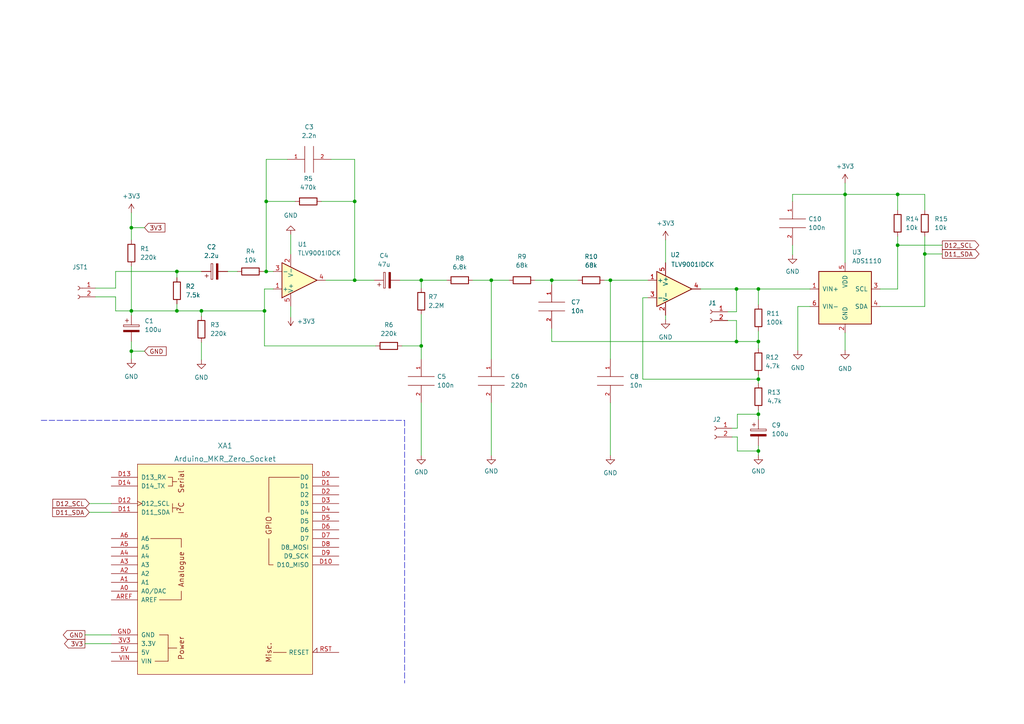
<source format=kicad_sch>
(kicad_sch (version 20211123) (generator eeschema)
  (paper "A4")
  (title_block (title "Omini-X-LT Amplifier") (rev "1.0") (company "CITI Lab"))
  (lib_symbols
    (symbol "Amplifier_Operational:TLV9001IDCK" (pin_names (offset 0.127))
      (property "Reference" "U" (at 7.62 2.54 0))
      (property "Value" "TLV9001IDCK" (at 11.43 -2.54 0))
      (symbol "TLV9001IDCK_0_1"
        (polyline (pts (xy -2.54 5.08) (xy -2.54 -5.08) (xy 7.62 0) (xy -2.54 5.08)) (stroke (width 0.254)) (fill (type background)))
      )
      (symbol "TLV9001IDCK_1_1"
        (pin input line (at -5.08 2.54 0) (length 2.54) (name "+") (number "1"))
        (pin power_in line (at 0 -7.62 90) (length 3.81) (name "V-") (number "2"))
        (pin input line (at -5.08 -2.54 0) (length 2.54) (name "-") (number "3"))
        (pin output line (at 10.16 0 180) (length 2.54) (name "~") (number "4"))
        (pin power_in line (at 0 7.62 270) (length 3.81) (name "V+") (number "5"))
      )
    )
    (symbol "Analog_ADC:ADS1110" (pin_names (offset 1.016))
      (property "Reference" "U" (at -7.62 8.89 0))
      (property "Value" "ADS1110" (at 1.27 8.89 0))
      (symbol "ADS1110_0_1"
        (rectangle (start -7.62 7.62) (end 7.62 -7.62) (stroke (width 0.254)) (fill (type background)))
      )
      (symbol "ADS1110_1_1"
        (pin input line (at -10.16 2.54 0) (length 2.54) (name "VIN+") (number "1"))
        (pin power_in line (at 0 -10.16 90) (length 2.54) (name "GND") (number "2"))
        (pin input line (at 10.16 2.54 180) (length 2.54) (name "SCL") (number "3"))
        (pin bidirectional line (at 10.16 -2.54 180) (length 2.54) (name "SDA") (number "4"))
        (pin power_in line (at 0 10.16 270) (length 2.54) (name "VDD") (number "5"))
        (pin input line (at -10.16 -2.54 0) (length 2.54) (name "VIN-") (number "6"))
      )
    )
    (symbol "Connector:Conn_01x02_Female" (pin_names (offset 1.016) hide)
      (property "Reference" "J" (at 0 2.54 0))
      (property "Value" "Conn_01x02_Female" (at 0 -5.08 0))
      (symbol "Conn_01x02_Female_1_1"
        (arc (start 0 -2.032) (mid -0.508 -2.54) (end 0 -3.048) (stroke (width 0.1524)))
        (polyline (pts (xy -1.27 -2.54) (xy -0.508 -2.54)) (stroke (width 0.1524)))
        (polyline (pts (xy -1.27 0) (xy -0.508 0)) (stroke (width 0.1524)))
        (arc (start 0 0.508) (mid -0.508 0) (end 0 -0.508) (stroke (width 0.1524)))
        (pin passive line (at -5.08 0 0) (length 3.81) (name "Pin_1") (number "1"))
        (pin passive line (at -5.08 -2.54 0) (length 3.81) (name "Pin_2") (number "2"))
      )
    )
    (symbol "Device:C_Polarized" (pin_numbers hide) (pin_names (offset 0.254))
      (property "Reference" "C" (at 0.635 2.54 0))
      (property "Value" "C_Polarized" (at 0.635 -2.54 0))
      (symbol "C_Polarized_0_1"
        (rectangle (start -2.286 0.508) (end 2.286 1.016))
        (polyline (pts (xy -1.778 2.286) (xy -0.762 2.286)))
        (polyline (pts (xy -1.27 2.794) (xy -1.27 1.778)))
        (rectangle (start 2.286 -0.508) (end -2.286 -1.016) (fill (type outline)))
      )
      (symbol "C_Polarized_1_1"
        (pin passive line (at 0 3.81 270) (length 2.794) (name "~") (number "1"))
        (pin passive line (at 0 -3.81 90) (length 2.794) (name "~") (number "2"))
      )
    )
    (symbol "Device:R" (pin_numbers hide) (pin_names (offset 0))
      (property "Reference" "R" (at 2.032 0 90))
      (property "Value" "R" (at 0 0 90))
      (symbol "R_0_1"
        (rectangle (start -1.016 -2.54) (end 1.016 2.54) (stroke (width 0.254)))
      )
      (symbol "R_1_1"
        (pin passive line (at 0 3.81 270) (length 1.27) (name "~") (number "1"))
        (pin passive line (at 0 -3.81 90) (length 1.27) (name "~") (number "2"))
      )
    )
    (symbol "arduino:Arduino_MKR_Zero_Socket" (pin_names (offset 1.016))
      (property "Reference" "XA" (at 2.54 0 90))
      (property "Value" "Arduino_MKR_Zero_Socket" (at -2.54 0 90))
      (symbol "Arduino_MKR_Zero_Socket_0_0"
        (rectangle (start -25.4 30.48) (end 25.4 -30.48) (fill (type background)))
        (rectangle (start -20.32 -26.67) (end -16.51 -26.67))
        (rectangle (start -19.05 -19.05) (end -16.51 -19.05))
        (rectangle (start -16.51 -22.86) (end -13.97 -22.86))
        (polyline (pts (xy -16.51 -19.05) (xy -16.51 -26.67)))
        (polyline (pts (xy -15.24 25.4) (xy -13.97 25.4)))
        (polyline (pts (xy -12.7 -6.35) (xy -12.7 -8.89) (xy -19.05 -8.89)))
        (polyline (pts (xy -12.7 6.35) (xy -12.7 8.89) (xy -21.59 8.89)))
        (polyline (pts (xy 12.7 8.89) (xy 12.7 1.27) (xy 13.97 1.27)))
        (polyline (pts (xy 12.7 16.51) (xy 12.7 26.67) (xy 21.59 26.67)))
        (polyline (pts (xy -16.51 26.67) (xy -15.24 26.67) (xy -15.24 24.13) (xy -16.51 24.13)))
        (rectangle (start 13.97 -24.13) (end 17.78 -24.13))
        (text "Analogue" (at -12.7 0 900) (effects (font (size 1.524 1.524))))
        (text "I²C" (at -12.7 17.78 900) (effects (font (size 1.524 1.524))))
        (text "Misc." (at 12.7 -24.13 900) (effects (font (size 1.524 1.524))))
        (text "Power" (at -12.7 -22.86 900) (effects (font (size 1.524 1.524))))
        (text "Serial" (at -12.7 25.4 900) (effects (font (size 1.524 1.524))))
      )
      (symbol "Arduino_MKR_Zero_Socket_0_1"
        (polyline (pts (xy -15.24 16.51) (xy -15.24 19.05)))
        (polyline (pts (xy -15.24 17.78) (xy -13.97 17.78)))
      )
      (symbol "Arduino_MKR_Zero_Socket_1_0"
        (text "GPIO" (at 12.7 12.7 900) (effects (font (size 1.524 1.524))))
      )
      (symbol "Arduino_MKR_Zero_Socket_1_1"
        (pin power_in line (at -33.02 -21.59 0) (length 7.62) (name "3.3V") (number "3V3"))
        (pin power_in line (at -33.02 -24.13 0) (length 7.62) (name "5V") (number "5V"))
        (pin bidirectional line (at -33.02 -6.35 0) (length 7.62) (name "A0/DAC") (number "A0"))
        (pin bidirectional line (at -33.02 -3.81 0) (length 7.62) (name "A1") (number "A1"))
        (pin bidirectional line (at -33.02 -1.27 0) (length 7.62) (name "A2") (number "A2"))
        (pin bidirectional line (at -33.02 1.27 0) (length 7.62) (name "A3") (number "A3"))
        (pin bidirectional line (at -33.02 3.81 0) (length 7.62) (name "A4") (number "A4"))
        (pin bidirectional line (at -33.02 6.35 0) (length 7.62) (name "A5") (number "A5"))
        (pin bidirectional line (at -33.02 8.89 0) (length 7.62) (name "A6") (number "A6"))
        (pin input line (at -33.02 -8.89 0) (length 7.62) (name "AREF") (number "AREF"))
        (pin bidirectional line (at 33.02 26.67 180) (length 7.62) (name "D0") (number "D0"))
        (pin bidirectional line (at 33.02 24.13 180) (length 7.62) (name "D1") (number "D1"))
        (pin bidirectional line (at 33.02 1.27 180) (length 7.62) (name "D10_MISO") (number "D10"))
        (pin bidirectional line (at -33.02 16.51 0) (length 7.62) (name "D11_SDA") (number "D11"))
        (pin bidirectional clock (at -33.02 19.05 0) (length 7.62) (name "D12_SCL") (number "D12"))
        (pin bidirectional line (at -33.02 26.67 0) (length 7.62) (name "D13_RX") (number "D13"))
        (pin bidirectional line (at -33.02 24.13 0) (length 7.62) (name "D14_TX") (number "D14"))
        (pin bidirectional line (at 33.02 21.59 180) (length 7.62) (name "D2") (number "D2"))
        (pin bidirectional line (at 33.02 19.05 180) (length 7.62) (name "D3") (number "D3"))
        (pin bidirectional line (at 33.02 16.51 180) (length 7.62) (name "D4") (number "D4"))
        (pin bidirectional line (at 33.02 13.97 180) (length 7.62) (name "D5") (number "D5"))
        (pin bidirectional line (at 33.02 11.43 180) (length 7.62) (name "D6") (number "D6"))
        (pin bidirectional line (at 33.02 8.89 180) (length 7.62) (name "D7") (number "D7"))
        (pin bidirectional line (at 33.02 6.35 180) (length 7.62) (name "D8_MOSI") (number "D8"))
        (pin bidirectional line (at 33.02 3.81 180) (length 7.62) (name "D9_SCK") (number "D9"))
        (pin power_in line (at -33.02 -19.05 0) (length 7.62) (name "GND") (number "GND"))
        (pin open_collector input_low (at 33.02 -24.13 180) (length 7.62) (name "RESET") (number "RST"))
        (pin power_in line (at -33.02 -26.67 0) (length 7.62) (name "VIN") (number "VIN"))
      )
    )
    (symbol "power:+3V3" (power) (pin_names (offset 0))
      (property "Value" "+3V3" (at 0 3.556 0))
      (symbol "+3V3_0_1"
        (polyline (pts (xy -0.762 1.27) (xy 0 2.54)))
        (polyline (pts (xy 0 0) (xy 0 2.54)))
        (polyline (pts (xy 0 2.54) (xy 0.762 1.27)))
      )
      (symbol "+3V3_1_1"
        (pin power_in line (at 0 0 90) (length 0) hide (name "+3V3") (number "1"))
      )
    )
    (symbol "power:GND" (power) (pin_names (offset 0))
      (property "Value" "GND" (at 0 -3.81 0))
      (symbol "GND_0_1"
        (polyline (pts (xy 0 0) (xy 0 -1.27) (xy 1.27 -1.27) (xy 0 -2.54) (xy -1.27 -1.27) (xy 0 -1.27)))
      )
      (symbol "GND_1_1"
        (pin power_in line (at 0 0 270) (length 0) hide (name "GND") (number "1"))
      )
    )
    (symbol "pspice:CAP" (pin_names (offset 0.254))
      (property "Reference" "C" (at 2.54 3.81 90))
      (property "Value" "CAP" (at 2.54 -3.81 90))
      (symbol "CAP_0_1"
        (polyline (pts (xy -3.81 -1.27) (xy 3.81 -1.27)))
        (polyline (pts (xy -3.81 1.27) (xy 3.81 1.27)))
      )
      (symbol "CAP_1_1"
        (pin passive line (at 0 6.35 270) (length 5.08) (name "~") (number "1"))
        (pin passive line (at 0 -6.35 90) (length 5.08) (name "~") (number "2"))
      )
    )
  )
  (junction (at 219.964 130.81))
  (junction (at 76.708 90.17))
  (junction (at 51.308 90.17))
  (junction (at 260.35 56.388))
  (junction (at 102.87 81.28))
  (junction (at 177.038 81.28))
  (junction (at 260.35 71.12))
  (junction (at 77.216 58.42))
  (junction (at 213.614 83.82))
  (junction (at 77.216 78.74))
  (junction (at 102.87 58.42))
  (junction (at 38.1 66.04))
  (junction (at 219.964 83.82))
  (junction (at 219.964 99.06))
  (junction (at 51.308 78.74))
  (junction (at 213.614 99.06))
  (junction (at 268.224 73.66))
  (junction (at 122.174 100.33))
  (junction (at 245.11 56.388))
  (junction (at 38.1 90.17))
  (junction (at 38.1 101.854))
  (junction (at 219.964 120.142))
  (junction (at 122.174 81.28))
  (junction (at 58.42 90.17))
  (junction (at 160.02 81.28))
  (junction (at 142.494 81.28))
  (junction (at 219.964 109.982))
  (wire (pts (xy 38.1 99.06) (xy 38.1 101.854)))
  (wire (pts (xy 268.224 68.58) (xy 268.224 73.66)))
  (wire (pts (xy 38.1 61.722) (xy 38.1 66.04)))
  (wire (pts (xy 51.308 78.74) (xy 51.308 80.518)))
  (wire (pts (xy 260.35 60.96) (xy 260.35 56.388)))
  (wire (pts (xy 268.224 60.96) (xy 268.224 56.388)))
  (wire (pts (xy 33.528 78.74) (xy 51.308 78.74)))
  (wire (pts (xy 66.04 78.74) (xy 68.834 78.74)))
  (wire (pts (xy 186.436 86.36) (xy 187.96 86.36)))
  (wire (pts (xy 58.42 90.17) (xy 51.308 90.17)))
  (wire (pts (xy 212.344 124.206) (xy 213.868 124.206)))
  (wire (pts (xy 77.216 78.74) (xy 79.248 78.74)))
  (wire (pts (xy 219.964 120.142) (xy 219.964 121.666)))
  (wire (pts (xy 245.11 96.52) (xy 245.11 101.6)))
  (wire (pts (xy 160.02 99.06) (xy 213.614 99.06)))
  (wire (pts (xy 260.35 83.82) (xy 255.27 83.82)))
  (wire (pts (xy 213.868 126.746) (xy 213.868 130.81)))
  (wire (pts (xy 231.394 101.6) (xy 231.394 88.9)))
  (polyline (pts (xy 11.938 121.92) (xy 117.348 121.92)))
  (wire (pts (xy 122.174 81.28) (xy 129.54 81.28)))
  (wire (pts (xy 102.87 46.228) (xy 96.012 46.228)))
  (wire (pts (xy 219.964 129.286) (xy 219.964 130.81)))
  (wire (pts (xy 25.908 148.59) (xy 32.258 148.59)))
  (wire (pts (xy 116.078 81.28) (xy 122.174 81.28)))
  (wire (pts (xy 160.02 95.25) (xy 160.02 99.06)))
  (wire (pts (xy 84.328 68.072) (xy 84.328 73.66)))
  (wire (pts (xy 213.614 92.964) (xy 213.614 99.06)))
  (wire (pts (xy 268.224 73.66) (xy 273.304 73.66)))
  (wire (pts (xy 38.1 66.04) (xy 38.1 69.596)))
  (wire (pts (xy 122.174 116.84) (xy 122.174 132.08)))
  (wire (pts (xy 102.87 81.28) (xy 102.87 58.42)))
  (wire (pts (xy 268.224 56.388) (xy 260.35 56.388)))
  (wire (pts (xy 245.11 53.086) (xy 245.11 56.388)))
  (wire (pts (xy 76.454 78.74) (xy 77.216 78.74)))
  (wire (pts (xy 213.614 99.06) (xy 219.964 99.06)))
  (wire (pts (xy 38.1 101.854) (xy 38.1 104.14)))
  (wire (pts (xy 24.638 186.69) (xy 32.258 186.69)))
  (wire (pts (xy 76.708 83.82) (xy 79.248 83.82)))
  (wire (pts (xy 142.494 81.28) (xy 147.574 81.28)))
  (wire (pts (xy 137.16 81.28) (xy 142.494 81.28)))
  (wire (pts (xy 177.038 81.28) (xy 177.038 104.14)))
  (wire (pts (xy 245.11 56.388) (xy 245.11 76.2)))
  (wire (pts (xy 219.964 99.06) (xy 219.964 101.092)))
  (wire (pts (xy 260.35 68.58) (xy 260.35 71.12)))
  (wire (pts (xy 142.494 81.28) (xy 142.494 104.14)))
  (wire (pts (xy 175.26 81.28) (xy 177.038 81.28)))
  (wire (pts (xy 160.02 82.55) (xy 160.02 81.28)))
  (wire (pts (xy 219.964 108.712) (xy 219.964 109.982)))
  (wire (pts (xy 268.224 73.66) (xy 268.224 88.9)))
  (wire (pts (xy 160.02 81.28) (xy 167.64 81.28)))
  (wire (pts (xy 177.038 116.84) (xy 177.038 132.08)))
  (wire (pts (xy 122.174 91.186) (xy 122.174 100.33)))
  (wire (pts (xy 76.708 100.33) (xy 76.708 90.17)))
  (wire (pts (xy 38.1 77.216) (xy 38.1 90.17)))
  (wire (pts (xy 229.87 71.12) (xy 229.87 73.914)))
  (wire (pts (xy 27.686 83.566) (xy 33.528 83.566)))
  (wire (pts (xy 58.42 99.314) (xy 58.42 104.394)))
  (wire (pts (xy 142.494 116.84) (xy 142.494 132.08)))
  (wire (pts (xy 102.87 58.42) (xy 102.87 46.228)))
  (wire (pts (xy 38.1 90.17) (xy 38.1 91.44)))
  (wire (pts (xy 231.394 88.9) (xy 234.95 88.9)))
  (wire (pts (xy 58.42 91.694) (xy 58.42 90.17)))
  (wire (pts (xy 160.02 81.28) (xy 155.194 81.28)))
  (wire (pts (xy 193.04 69.596) (xy 193.04 76.2)))
  (wire (pts (xy 229.87 56.388) (xy 245.11 56.388)))
  (wire (pts (xy 219.964 88.392) (xy 219.964 83.82)))
  (wire (pts (xy 219.964 96.012) (xy 219.964 99.06)))
  (wire (pts (xy 219.964 109.982) (xy 186.436 109.982)))
  (wire (pts (xy 94.488 81.28) (xy 102.87 81.28)))
  (wire (pts (xy 38.1 90.17) (xy 51.308 90.17)))
  (wire (pts (xy 33.528 86.106) (xy 33.528 90.17)))
  (wire (pts (xy 213.868 120.142) (xy 219.964 120.142)))
  (wire (pts (xy 116.586 100.33) (xy 122.174 100.33)))
  (wire (pts (xy 27.686 86.106) (xy 33.528 86.106)))
  (wire (pts (xy 193.04 91.44) (xy 193.04 92.71)))
  (wire (pts (xy 219.964 83.82) (xy 234.95 83.82)))
  (wire (pts (xy 260.35 71.12) (xy 273.304 71.12)))
  (wire (pts (xy 24.638 184.15) (xy 32.258 184.15)))
  (wire (pts (xy 186.436 109.982) (xy 186.436 86.36)))
  (wire (pts (xy 38.1 90.17) (xy 33.528 90.17)))
  (wire (pts (xy 219.964 130.81) (xy 219.964 132.08)))
  (wire (pts (xy 229.87 58.42) (xy 229.87 56.388)))
  (wire (pts (xy 122.174 81.28) (xy 122.174 83.566)))
  (wire (pts (xy 213.868 124.206) (xy 213.868 120.142)))
  (wire (pts (xy 85.598 58.42) (xy 77.216 58.42)))
  (wire (pts (xy 77.216 46.228) (xy 83.312 46.228)))
  (wire (pts (xy 219.964 109.982) (xy 219.964 111.252)))
  (wire (pts (xy 177.038 81.28) (xy 187.96 81.28)))
  (wire (pts (xy 219.964 118.872) (xy 219.964 120.142)))
  (wire (pts (xy 260.35 56.388) (xy 245.11 56.388)))
  (wire (pts (xy 25.908 146.05) (xy 32.258 146.05)))
  (wire (pts (xy 51.308 78.74) (xy 58.42 78.74)))
  (wire (pts (xy 38.1 101.854) (xy 41.91 101.854)))
  (wire (pts (xy 51.308 88.138) (xy 51.308 90.17)))
  (wire (pts (xy 76.708 100.33) (xy 108.966 100.33)))
  (wire (pts (xy 213.614 90.424) (xy 213.614 83.82)))
  (wire (pts (xy 102.87 81.28) (xy 108.458 81.28)))
  (wire (pts (xy 260.35 71.12) (xy 260.35 83.82)))
  (wire (pts (xy 213.614 83.82) (xy 219.964 83.82)))
  (wire (pts (xy 211.074 92.964) (xy 213.614 92.964)))
  (wire (pts (xy 212.344 126.746) (xy 213.868 126.746)))
  (wire (pts (xy 211.074 90.424) (xy 213.614 90.424)))
  (wire (pts (xy 102.87 58.42) (xy 93.218 58.42)))
  (wire (pts (xy 38.1 66.04) (xy 41.91 66.04)))
  (wire (pts (xy 203.2 83.82) (xy 213.614 83.82)))
  (wire (pts (xy 213.868 130.81) (xy 219.964 130.81)))
  (wire (pts (xy 33.528 83.566) (xy 33.528 78.74)))
  (wire (pts (xy 84.328 88.9) (xy 84.328 91.948)))
  (wire (pts (xy 76.708 90.17) (xy 76.708 83.82)))
  (wire (pts (xy 58.42 90.17) (xy 76.708 90.17)))
  (wire (pts (xy 77.216 58.42) (xy 77.216 78.74)))
  (wire (pts (xy 77.216 46.228) (xy 77.216 58.42)))
  (polyline (pts (xy 117.348 121.92) (xy 117.348 198.12)))
  (wire (pts (xy 122.174 100.33) (xy 122.174 104.14)))
  (wire (pts (xy 268.224 88.9) (xy 255.27 88.9)))
  (global_label "GND" (shape output) (at 24.638 184.15 180) (property "Intersheet References" "${INTERSHEET_REFS}" (effects hide)))
  (global_label "D11_SDA" (shape output) (at 273.304 73.66 0) (property "Intersheet References" "${INTERSHEET_REFS}" (effects hide)))
  (global_label "3V3" (shape input) (at 41.91 66.04 0) (property "Intersheet References" "${INTERSHEET_REFS}" (effects hide)))
  (global_label "D12_SCL" (shape output) (at 273.304 71.12 0) (property "Intersheet References" "${INTERSHEET_REFS}" (effects hide)))
  (global_label "GND" (shape input) (at 41.91 101.854 0) (property "Intersheet References" "${INTERSHEET_REFS}" (effects hide)))
  (global_label "D11_SDA" (shape input) (at 25.908 148.59 180) (property "Intersheet References" "${INTERSHEET_REFS}" (effects hide)))
  (global_label "D12_SCL" (shape input) (at 25.908 146.05 180) (property "Intersheet References" "${INTERSHEET_REFS}" (effects hide)))
  (global_label "3V3" (shape output) (at 24.638 186.69 180) (property "Intersheet References" "${INTERSHEET_REFS}" (effects hide)))
  (symbol (lib_id "Device:C_Polarized") (at 62.23 78.74 90) (unit 1)
    (property "Reference" "C2" (at 61.341 71.628 90))
    (property "Value" "2.2u" (at 61.341 74.168 90))
    (property "Footprint" "Capacitor_SMD:C_0603_1608Metric" (effects hide))
    (property "MPN" "GRM188R61E106KA73J" (effects hide))
    (property "Manufacturer" "Murata Electronics" (effects hide))
  )
  (symbol (lib_id "power:+3V3") (at 245.11 53.086 0) (unit 1)
    (property "Reference" "#PWR?" (effects hide))
    (property "Value" "+3V3" (at 245.11 48.26 0))
  )
  (symbol (lib_id "pspice:CAP") (at 160.02 88.9 0) (unit 1)
    (property "Reference" "C7" (at 165.608 87.6299 0) (effects (justify left)))
    (property "Value" "10n" (at 165.608 90.1699 0) (effects (justify left)))
    (property "Footprint" "Capacitor_SMD:C_0805_2012Metric" (effects hide))
    (property "MPN" "GCM219R91H103KA37D" (effects hide))
    (property "Manufacturer" "Murata Electronics" (effects hide))
  )
  (symbol (lib_id "power:+3V3") (at 38.1 61.722 0) (unit 1)
    (property "Reference" "#PWR?" (effects hide))
    (property "Value" "+3V3" (at 38.1 56.896 0))
  )
  (symbol (lib_id "Connector:Conn_01x02_Female") (at 205.994 90.424 0) (mirror y) (unit 1)
    (property "Reference" "J1" (at 206.629 87.884 0))
    (property "Value" "Conn_01x02_Female" (effects hide))
    (property "Footprint" "Connector_PinHeader_2.54mm:PinHeader_1x02_P2.54mm_Vertical" (effects hide))
  )
  (symbol (lib_id "power:GND") (at 245.11 101.6 0) (unit 1)
    (property "Reference" "#PWR0104" (effects hide))
    (property "Value" "GND" (at 245.11 106.934 0))
  )
  (symbol (lib_id "pspice:CAP") (at 177.038 110.49 0) (unit 1)
    (property "Reference" "C8" (at 182.626 109.2199 0) (effects (justify left)))
    (property "Value" "10n" (at 182.626 111.7599 0) (effects (justify left)))
    (property "Footprint" "Capacitor_SMD:C_0805_2012Metric" (effects hide))
    (property "MPN" "GCM219R91H103KA37D" (effects hide))
    (property "Manufacturer" "Murata Electronics" (effects hide))
  )
  (symbol (lib_id "power:+3V3") (at 193.04 69.596 0) (unit 1)
    (property "Reference" "#PWR?" (effects hide))
    (property "Value" "+3V3" (at 193.04 64.77 0))
  )
  (symbol (lib_id "power:GND") (at 84.328 68.072 180) (unit 1)
    (property "Reference" "#PWR0113" (effects hide))
    (property "Value" "GND" (at 84.328 62.484 0))
  )
  (symbol (lib_id "Device:R") (at 268.224 64.77 0) (unit 1)
    (property "Reference" "R15" (at 271.018 63.4999 0) (effects (justify left)))
    (property "Value" "10k" (at 271.018 66.0399 0) (effects (justify left)))
    (property "Footprint" "Resistor_SMD:R_0805_2012Metric" (effects hide))
    (property "MPN" "ESR10EZPF1002" (effects hide))
    (property "Manufacturer" "Rohm Semiconductor" (effects hide))
  )
  (symbol (lib_id "Device:R") (at 58.42 95.504 0) (unit 1)
    (property "Reference" "R3" (at 60.96 94.2339 0) (effects (justify left)))
    (property "Value" "220k" (at 60.96 96.7739 0) (effects (justify left)))
    (property "Footprint" "Resistor_SMD:R_0805_2012Metric" (effects hide))
    (property "MPN" "ESR10EZPF2203" (effects hide))
    (property "Manufacturer" "Rohm Semiconductor" (effects hide))
  )
  (symbol (lib_id "Device:R") (at 38.1 73.406 0) (unit 1)
    (property "Reference" "R1" (at 40.64 72.1359 0) (effects (justify left)))
    (property "Value" "220k" (at 40.64 74.6759 0) (effects (justify left)))
    (property "Footprint" "Resistor_SMD:R_0805_2012Metric" (effects hide))
    (property "MPN" "ESR10EZPF2203" (effects hide))
    (property "Manufacturer" "Rohm Semiconductor" (effects hide))
  )
  (symbol (lib_id "Device:R") (at 112.776 100.33 270) (unit 1)
    (property "Reference" "R6" (at 112.776 94.234 90))
    (property "Value" "220k" (at 112.776 96.774 90))
    (property "Footprint" "Resistor_SMD:R_0805_2012Metric" (effects hide))
    (property "MPN" "ESR10EZPF2203" (effects hide))
    (property "Manufacturer" "Rohm Semiconductor" (effects hide))
  )
  (symbol (lib_id "pspice:CAP") (at 142.494 110.49 0) (unit 1)
    (property "Reference" "C6" (at 148.082 109.2199 0) (effects (justify left)))
    (property "Value" "220n" (at 148.082 111.7599 0) (effects (justify left)))
    (property "Footprint" "Capacitor_SMD:C_0603_1608Metric" (effects hide))
    (property "MPN" "GCM188R71E224KA55J" (effects hide))
    (property "Manufacturer" "Murata Electronics" (effects hide))
  )
  (symbol (lib_id "Device:R") (at 219.964 92.202 0) (unit 1)
    (property "Reference" "R11" (at 222.25 90.9319 0) (effects (justify left)))
    (property "Value" "100k" (at 222.25 93.4719 0) (effects (justify left)))
    (property "Footprint" "Resistor_SMD:R_0805_2012Metric" (effects hide))
    (property "MPN" "ESR10EZPF1003" (effects hide))
    (property "Manufacturer" "Rohm Semiconductor" (effects hide))
  )
  (symbol (lib_id "pspice:CAP") (at 89.662 46.228 90) (unit 1)
    (property "Reference" "C3" (at 89.662 36.83 90))
    (property "Value" "2.2n" (at 89.662 39.37 90))
    (property "Footprint" "Capacitor_SMD:C_0805_2012Metric" (effects hide))
    (property "MPN" "GCJ216R71H222KA01D" (effects hide))
    (property "Manufacturer" "Murata Electronics" (effects hide))
  )
  (symbol (lib_id "Connector:Conn_01x02_Female") (at 22.606 83.566 0) (mirror y) (unit 1)
    (property "Reference" "JST1" (at 23.241 77.47 0))
    (property "Value" "Conn_01x02_Female" (effects hide))
    (property "Footprint" "Connector_JST:JST_EH_B2B-EH-A_1x02_P2.50mm_Vertical" (effects hide))
  )
  (symbol (lib_id "Amplifier_Operational:TLV9001IDCK") (at 84.328 81.28 0) (mirror x) (unit 1)
    (property "Reference" "U1" (at 86.3474 70.866 0) (effects (justify left)))
    (property "Value" "TLV9001IDCK" (at 86.3474 73.406 0) (effects (justify left)))
    (property "Footprint" "Package_TO_SOT_SMD:SOT-353_SC-70-5" (effects hide))
    (property "Datasheet" "https://www.ti.com/lit/ds/symlink/tlv9001.pdf" (effects hide))
    (property "MPN" "TLV9001IDCKR" (effects hide))
    (property "Manufacturer" "Texas Instrument" (effects hide))
  )
  (symbol (lib_id "Connector:Conn_01x02_Female") (at 207.264 124.206 0) (mirror y) (unit 1)
    (property "Reference" "J2" (at 207.899 121.666 0))
    (property "Value" "Conn_01x02_Female" (effects hide))
    (property "Footprint" "Connector_PinHeader_2.54mm:PinHeader_1x02_P2.54mm_Vertical" (effects hide))
  )
  (symbol (lib_id "Device:R") (at 72.644 78.74 90) (unit 1)
    (property "Reference" "R4" (at 72.644 72.898 90))
    (property "Value" "10k" (at 72.644 75.438 90))
    (property "Footprint" "Resistor_SMD:R_0805_2012Metric" (effects hide))
    (property "MPN" "ESR10EZPF1002" (effects hide))
    (property "Manufacturer" "Rohm Semiconductor" (effects hide))
  )
  (symbol (lib_id "power:GND") (at 38.1 104.14 0) (unit 1)
    (property "Reference" "#PWR0111" (effects hide))
    (property "Value" "GND" (at 38.1 109.22 0))
  )
  (symbol (lib_id "pspice:CAP") (at 122.174 110.49 0) (unit 1)
    (property "Reference" "C5" (at 126.746 109.2199 0) (effects (justify left)))
    (property "Value" "100n" (at 126.746 111.7599 0) (effects (justify left)))
    (property "Footprint" "Capacitor_SMD:C_0603_1608Metric" (effects hide))
    (property "MPN" "GCM188R91E104KA37J" (effects hide))
    (property "Manufacturer" "Murata Electronics" (effects hide))
  )
  (symbol (lib_id "Analog_ADC:ADS1110") (at 245.11 86.36 0) (unit 1)
    (property "Reference" "U3" (at 247.1294 73.152 0) (effects (justify left)))
    (property "Value" "ADS1110" (at 247.1294 75.692 0) (effects (justify left)))
    (property "Footprint" "Package_TO_SOT_SMD:SOT-23-6" (effects hide))
    (property "Datasheet" "http://www.ti.com/lit/ds/symlink/ads1110.pdf" (effects hide))
    (property "MPN" "ADS1110A1IDBVT" (effects hide))
    (property "Manufacturer" "Texas Instrument" (effects hide))
  )
  (symbol (lib_id "Device:R") (at 171.45 81.28 270) (unit 1)
    (property "Reference" "R10" (at 171.45 74.422 90))
    (property "Value" "68k" (at 171.45 76.962 90))
    (property "Footprint" "Resistor_SMD:R_0805_2012Metric" (effects hide))
    (property "MPN" "ESR10EZPF6802" (effects hide))
    (property "Manufacturer" "Rohm Semiconductor" (effects hide))
  )
  (symbol (lib_id "arduino:Arduino_MKR_Zero_Socket") (at 65.278 165.1 0) (unit 1)
    (property "Reference" "XA1" (at 65.278 129.286 0) (effects (font (size 1.524 1.524))))
    (property "Value" "Arduino_MKR_Zero_Socket" (at 65.278 133.096 0) (effects (font (size 1.524 1.524))))
    (property "Footprint" "Arduino:Arduino_MKR_Zero_Socket" (effects hide))
    (property "Datasheet" "https://docs.arduino.cc/hardware/mkr-zero" (effects hide))
  )
  (symbol (lib_id "power:GND") (at 231.394 101.6 0) (unit 1)
    (property "Reference" "#PWR0105" (effects hide))
    (property "Value" "GND" (at 231.394 106.68 0))
  )
  (symbol (lib_id "power:GND") (at 229.87 73.914 0) (unit 1)
    (property "Reference" "#PWR0101" (effects hide))
    (property "Value" "GND" (at 229.87 78.74 0))
  )
  (symbol (lib_id "Device:C_Polarized") (at 219.964 125.476 0) (unit 1)
    (property "Reference" "C9" (at 223.774 123.3169 0) (effects (justify left)))
    (property "Value" "100u" (at 223.774 125.8569 0) (effects (justify left)))
    (property "Footprint" "Capacitor_SMD:C_1206_3216Metric" (effects hide))
    (property "MPN" "GRM31CD80J107MEA8K" (effects hide))
    (property "Manufacturer" "Murata Electronics" (effects hide))
  )
  (symbol (lib_id "Amplifier_Operational:TLV9001IDCK") (at 193.04 83.82 0) (unit 1)
    (property "Reference" "U2" (at 195.834 73.914 0))
    (property "Value" "TLV9001IDCK" (at 200.914 76.708 0))
    (property "Footprint" "Package_TO_SOT_SMD:SOT-353_SC-70-5" (effects hide))
    (property "Datasheet" "https://www.ti.com/lit/ds/symlink/tlv9001.pdf" (effects hide))
    (property "MPN" "TLV9001IDCKR" (effects hide))
    (property "Manufacturer" "Texas Instrument" (effects hide))
  )
  (symbol (lib_id "Device:R") (at 89.408 58.42 90) (unit 1)
    (property "Reference" "R5" (at 89.408 51.816 90))
    (property "Value" "470k" (at 89.408 54.356 90))
    (property "Footprint" "Resistor_SMD:R_0805_2012Metric" (effects hide))
    (property "MPN" "ESR10EZPF4703" (effects hide))
    (property "Manufacturer" "Rohm Semiconductor" (effects hide))
  )
  (symbol (lib_id "Device:R") (at 51.308 84.328 0) (unit 1)
    (property "Reference" "R2" (at 53.848 83.0579 0) (effects (justify left)))
    (property "Value" "7.5k" (at 53.848 85.5979 0) (effects (justify left)))
    (property "Footprint" "Resistor_SMD:R_0805_2012Metric" (effects hide))
    (property "MPN" "ESR10EZPF7501" (effects hide))
    (property "Manufacturer" "Rohm Semiconductor" (effects hide))
  )
  (symbol (lib_id "Device:R") (at 219.964 104.902 0) (unit 1)
    (property "Reference" "R12" (at 221.996 103.6319 0) (effects (justify left)))
    (property "Value" "4.7k" (at 221.996 106.1719 0) (effects (justify left)))
    (property "Footprint" "Resistor_SMD:R_0805_2012Metric" (effects hide))
    (property "MPN" "ESR10EZPF4701" (effects hide))
    (property "Manufacturer" "Rohm Semiconductor" (effects hide))
  )
  (symbol (lib_id "power:GND") (at 58.42 104.394 0) (unit 1)
    (property "Reference" "#PWR0110" (effects hide))
    (property "Value" "GND" (at 58.42 109.474 0))
  )
  (symbol (lib_id "power:GND") (at 219.964 132.08 0) (unit 1)
    (property "Reference" "#PWR0107" (effects hide))
    (property "Value" "GND" (at 219.964 136.652 0))
  )
  (symbol (lib_id "Device:R") (at 133.35 81.28 270) (unit 1)
    (property "Reference" "R8" (at 133.35 74.93 90))
    (property "Value" "6.8k" (at 133.35 77.47 90))
    (property "Footprint" "Resistor_SMD:R_0805_2012Metric" (effects hide))
    (property "MPN" "ESR10EZPF6801" (effects hide))
    (property "Manufacturer" "Rohm Semiconductor" (effects hide))
  )
  (symbol (lib_id "Device:C_Polarized") (at 38.1 95.25 0) (unit 1)
    (property "Reference" "C1" (at 41.91 93.0909 0) (effects (justify left)))
    (property "Value" "100u" (at 41.91 95.6309 0) (effects (justify left)))
    (property "Footprint" "Capacitor_SMD:C_1206_3216Metric" (effects hide))
    (property "MPN" "GRM31CD80J107MEA8K" (effects hide))
    (property "Manufacturer" "Murata Electronics" (effects hide))
  )
  (symbol (lib_id "power:GND") (at 177.038 132.08 0) (unit 1)
    (property "Reference" "#PWR0108" (effects hide))
    (property "Value" "GND" (at 177.038 137.16 0))
  )
  (symbol (lib_id "Device:C_Polarized") (at 112.268 81.28 90) (unit 1)
    (property "Reference" "C4" (at 111.379 74.168 90))
    (property "Value" "47u" (at 111.379 76.708 90))
    (property "Footprint" "Capacitor_SMD:C_0805_2012Metric" (effects hide))
    (property "MPN" "GRM21BR61A476ME15K" (effects hide))
    (property "Manufacturer" "Murata Electronics" (effects hide))
  )
  (symbol (lib_id "power:GND") (at 193.04 92.71 0) (unit 1)
    (property "Reference" "#PWR0106" (effects hide))
    (property "Value" "GND" (at 193.04 97.79 0))
  )
  (symbol (lib_id "pspice:CAP") (at 229.87 64.77 0) (unit 1)
    (property "Reference" "C10" (at 234.442 63.4999 0) (effects (justify left)))
    (property "Value" "100n" (at 234.442 66.0399 0) (effects (justify left)))
    (property "Footprint" "Capacitor_SMD:C_0603_1608Metric" (effects hide))
    (property "MPN" "GCM188R91E104KA37J" (effects hide))
    (property "Manufacturer" "Murata Electronics" (effects hide))
  )
  (symbol (lib_id "power:+3V3") (at 84.328 91.948 180) (unit 1)
    (property "Reference" "#PWR?" (effects hide))
    (property "Value" "+3V3" (at 86.106 93.2179 0) (effects (justify right)))
  )
  (symbol (lib_id "power:GND") (at 142.494 132.08 0) (unit 1)
    (property "Reference" "#PWR0109" (effects hide))
    (property "Value" "GND" (at 142.494 136.652 0))
  )
  (symbol (lib_id "Device:R") (at 151.384 81.28 270) (unit 1)
    (property "Reference" "R9" (at 151.384 74.422 90))
    (property "Value" "68k" (at 151.384 76.962 90))
    (property "Footprint" "Resistor_SMD:R_0805_2012Metric" (effects hide))
    (property "MPN" "ESR10EZPF6802" (effects hide))
    (property "Manufacturer" "Rohm Semiconductor" (effects hide))
  )
  (symbol (lib_id "power:GND") (at 122.174 132.08 0) (unit 1)
    (property "Reference" "#PWR0112" (effects hide))
    (property "Value" "GND" (at 122.174 136.906 0))
  )
  (symbol (lib_id "Device:R") (at 122.174 87.376 0) (unit 1)
    (property "Reference" "R7" (at 124.206 86.1059 0) (effects (justify left)))
    (property "Value" "2.2M" (at 124.206 88.6459 0) (effects (justify left)))
    (property "Footprint" "Resistor_SMD:R_0805_2012Metric" (effects hide))
    (property "MPN" "ESR10EZPF2204" (effects hide))
    (property "Manufacturer" "Rohm Semiconductor" (effects hide))
  )
  (symbol (lib_id "Device:R") (at 219.964 115.062 0) (unit 1)
    (property "Reference" "R13" (at 222.504 113.7919 0) (effects (justify left)))
    (property "Value" "4.7k" (at 222.504 116.3319 0) (effects (justify left)))
    (property "Footprint" "Resistor_SMD:R_0805_2012Metric" (effects hide))
    (property "MPN" "ESR10EZPF4701" (effects hide))
    (property "Manufacturer" "Rohm Semiconductor" (effects hide))
  )
  (symbol (lib_id "Device:R") (at 260.35 64.77 0) (unit 1)
    (property "Reference" "R14" (at 262.636 63.4999 0) (effects (justify left)))
    (property "Value" "10k" (at 262.636 66.0399 0) (effects (justify left)))
    (property "Footprint" "Resistor_SMD:R_0805_2012Metric" (effects hide))
    (property "MPN" "ESR10EZPF1002" (effects hide))
    (property "Manufacturer" "Rohm Semiconductor" (effects hide))
  )
)
</source>
